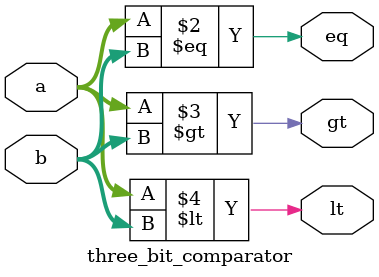
<source format=v>
module three_bit_comparator (
  input wire [2:0] a,
  input wire [2:0] b,
  output reg eq,
  output reg gt,
  output reg lt
);

  always @* begin
    eq = (a == b);
    gt = (a > b);
    lt = (a < b);
  end

endmodule

</source>
